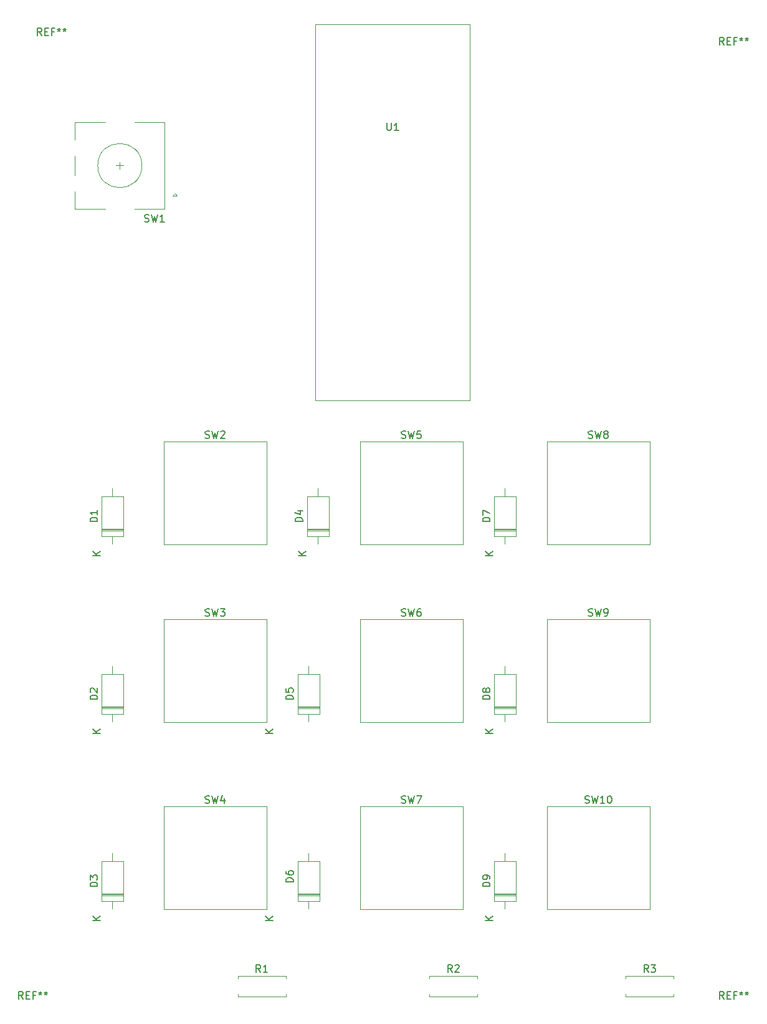
<source format=gto>
%TF.GenerationSoftware,KiCad,Pcbnew,(6.0.2)*%
%TF.CreationDate,2022-03-12T10:34:22-05:00*%
%TF.ProjectId,macropad,6d616372-6f70-4616-942e-6b696361645f,v0*%
%TF.SameCoordinates,Original*%
%TF.FileFunction,Legend,Top*%
%TF.FilePolarity,Positive*%
%FSLAX46Y46*%
G04 Gerber Fmt 4.6, Leading zero omitted, Abs format (unit mm)*
G04 Created by KiCad (PCBNEW (6.0.2)) date 2022-03-12 10:34:22*
%MOMM*%
%LPD*%
G01*
G04 APERTURE LIST*
%ADD10C,0.150000*%
%ADD11C,0.120000*%
G04 APERTURE END LIST*
D10*
%TO.C,REF\u002A\u002A*%
X137096666Y-155702380D02*
X136763333Y-155226190D01*
X136525238Y-155702380D02*
X136525238Y-154702380D01*
X136906190Y-154702380D01*
X137001428Y-154750000D01*
X137049047Y-154797619D01*
X137096666Y-154892857D01*
X137096666Y-155035714D01*
X137049047Y-155130952D01*
X137001428Y-155178571D01*
X136906190Y-155226190D01*
X136525238Y-155226190D01*
X137525238Y-155178571D02*
X137858571Y-155178571D01*
X138001428Y-155702380D02*
X137525238Y-155702380D01*
X137525238Y-154702380D01*
X138001428Y-154702380D01*
X138763333Y-155178571D02*
X138430000Y-155178571D01*
X138430000Y-155702380D02*
X138430000Y-154702380D01*
X138906190Y-154702380D01*
X139430000Y-154702380D02*
X139430000Y-154940476D01*
X139191904Y-154845238D02*
X139430000Y-154940476D01*
X139668095Y-154845238D01*
X139287142Y-155130952D02*
X139430000Y-154940476D01*
X139572857Y-155130952D01*
X140191904Y-154702380D02*
X140191904Y-154940476D01*
X139953809Y-154845238D02*
X140191904Y-154940476D01*
X140430000Y-154845238D01*
X140049047Y-155130952D02*
X140191904Y-154940476D01*
X140334761Y-155130952D01*
X41846666Y-155702380D02*
X41513333Y-155226190D01*
X41275238Y-155702380D02*
X41275238Y-154702380D01*
X41656190Y-154702380D01*
X41751428Y-154750000D01*
X41799047Y-154797619D01*
X41846666Y-154892857D01*
X41846666Y-155035714D01*
X41799047Y-155130952D01*
X41751428Y-155178571D01*
X41656190Y-155226190D01*
X41275238Y-155226190D01*
X42275238Y-155178571D02*
X42608571Y-155178571D01*
X42751428Y-155702380D02*
X42275238Y-155702380D01*
X42275238Y-154702380D01*
X42751428Y-154702380D01*
X43513333Y-155178571D02*
X43180000Y-155178571D01*
X43180000Y-155702380D02*
X43180000Y-154702380D01*
X43656190Y-154702380D01*
X44180000Y-154702380D02*
X44180000Y-154940476D01*
X43941904Y-154845238D02*
X44180000Y-154940476D01*
X44418095Y-154845238D01*
X44037142Y-155130952D02*
X44180000Y-154940476D01*
X44322857Y-155130952D01*
X44941904Y-154702380D02*
X44941904Y-154940476D01*
X44703809Y-154845238D02*
X44941904Y-154940476D01*
X45180000Y-154845238D01*
X44799047Y-155130952D02*
X44941904Y-154940476D01*
X45084761Y-155130952D01*
X44386666Y-24892380D02*
X44053333Y-24416190D01*
X43815238Y-24892380D02*
X43815238Y-23892380D01*
X44196190Y-23892380D01*
X44291428Y-23940000D01*
X44339047Y-23987619D01*
X44386666Y-24082857D01*
X44386666Y-24225714D01*
X44339047Y-24320952D01*
X44291428Y-24368571D01*
X44196190Y-24416190D01*
X43815238Y-24416190D01*
X44815238Y-24368571D02*
X45148571Y-24368571D01*
X45291428Y-24892380D02*
X44815238Y-24892380D01*
X44815238Y-23892380D01*
X45291428Y-23892380D01*
X46053333Y-24368571D02*
X45720000Y-24368571D01*
X45720000Y-24892380D02*
X45720000Y-23892380D01*
X46196190Y-23892380D01*
X46720000Y-23892380D02*
X46720000Y-24130476D01*
X46481904Y-24035238D02*
X46720000Y-24130476D01*
X46958095Y-24035238D01*
X46577142Y-24320952D02*
X46720000Y-24130476D01*
X46862857Y-24320952D01*
X47481904Y-23892380D02*
X47481904Y-24130476D01*
X47243809Y-24035238D02*
X47481904Y-24130476D01*
X47720000Y-24035238D01*
X47339047Y-24320952D02*
X47481904Y-24130476D01*
X47624761Y-24320952D01*
X137096666Y-26162380D02*
X136763333Y-25686190D01*
X136525238Y-26162380D02*
X136525238Y-25162380D01*
X136906190Y-25162380D01*
X137001428Y-25210000D01*
X137049047Y-25257619D01*
X137096666Y-25352857D01*
X137096666Y-25495714D01*
X137049047Y-25590952D01*
X137001428Y-25638571D01*
X136906190Y-25686190D01*
X136525238Y-25686190D01*
X137525238Y-25638571D02*
X137858571Y-25638571D01*
X138001428Y-26162380D02*
X137525238Y-26162380D01*
X137525238Y-25162380D01*
X138001428Y-25162380D01*
X138763333Y-25638571D02*
X138430000Y-25638571D01*
X138430000Y-26162380D02*
X138430000Y-25162380D01*
X138906190Y-25162380D01*
X139430000Y-25162380D02*
X139430000Y-25400476D01*
X139191904Y-25305238D02*
X139430000Y-25400476D01*
X139668095Y-25305238D01*
X139287142Y-25590952D02*
X139430000Y-25400476D01*
X139572857Y-25590952D01*
X140191904Y-25162380D02*
X140191904Y-25400476D01*
X139953809Y-25305238D02*
X140191904Y-25400476D01*
X140430000Y-25305238D01*
X140049047Y-25590952D02*
X140191904Y-25400476D01*
X140334761Y-25590952D01*
%TO.C,D6*%
X78557380Y-139803095D02*
X77557380Y-139803095D01*
X77557380Y-139565000D01*
X77605000Y-139422142D01*
X77700238Y-139326904D01*
X77795476Y-139279285D01*
X77985952Y-139231666D01*
X78128809Y-139231666D01*
X78319285Y-139279285D01*
X78414523Y-139326904D01*
X78509761Y-139422142D01*
X78557380Y-139565000D01*
X78557380Y-139803095D01*
X77557380Y-138374523D02*
X77557380Y-138565000D01*
X77605000Y-138660238D01*
X77652619Y-138707857D01*
X77795476Y-138803095D01*
X77985952Y-138850714D01*
X78366904Y-138850714D01*
X78462142Y-138803095D01*
X78509761Y-138755476D01*
X78557380Y-138660238D01*
X78557380Y-138469761D01*
X78509761Y-138374523D01*
X78462142Y-138326904D01*
X78366904Y-138279285D01*
X78128809Y-138279285D01*
X78033571Y-138326904D01*
X77985952Y-138374523D01*
X77938333Y-138469761D01*
X77938333Y-138660238D01*
X77985952Y-138755476D01*
X78033571Y-138803095D01*
X78128809Y-138850714D01*
X75822380Y-145011904D02*
X74822380Y-145011904D01*
X75822380Y-144440476D02*
X75250952Y-144869047D01*
X74822380Y-144440476D02*
X75393809Y-145011904D01*
%TO.C,SW4*%
X66611666Y-129055761D02*
X66754523Y-129103380D01*
X66992619Y-129103380D01*
X67087857Y-129055761D01*
X67135476Y-129008142D01*
X67183095Y-128912904D01*
X67183095Y-128817666D01*
X67135476Y-128722428D01*
X67087857Y-128674809D01*
X66992619Y-128627190D01*
X66802142Y-128579571D01*
X66706904Y-128531952D01*
X66659285Y-128484333D01*
X66611666Y-128389095D01*
X66611666Y-128293857D01*
X66659285Y-128198619D01*
X66706904Y-128151000D01*
X66802142Y-128103380D01*
X67040238Y-128103380D01*
X67183095Y-128151000D01*
X67516428Y-128103380D02*
X67754523Y-129103380D01*
X67945000Y-128389095D01*
X68135476Y-129103380D01*
X68373571Y-128103380D01*
X69183095Y-128436714D02*
X69183095Y-129103380D01*
X68945000Y-128055761D02*
X68706904Y-128770047D01*
X69325952Y-128770047D01*
%TO.C,SW7*%
X93281666Y-129055761D02*
X93424523Y-129103380D01*
X93662619Y-129103380D01*
X93757857Y-129055761D01*
X93805476Y-129008142D01*
X93853095Y-128912904D01*
X93853095Y-128817666D01*
X93805476Y-128722428D01*
X93757857Y-128674809D01*
X93662619Y-128627190D01*
X93472142Y-128579571D01*
X93376904Y-128531952D01*
X93329285Y-128484333D01*
X93281666Y-128389095D01*
X93281666Y-128293857D01*
X93329285Y-128198619D01*
X93376904Y-128151000D01*
X93472142Y-128103380D01*
X93710238Y-128103380D01*
X93853095Y-128151000D01*
X94186428Y-128103380D02*
X94424523Y-129103380D01*
X94615000Y-128389095D01*
X94805476Y-129103380D01*
X95043571Y-128103380D01*
X95329285Y-128103380D02*
X95995952Y-128103380D01*
X95567380Y-129103380D01*
%TO.C,D8*%
X105297380Y-115008095D02*
X104297380Y-115008095D01*
X104297380Y-114770000D01*
X104345000Y-114627142D01*
X104440238Y-114531904D01*
X104535476Y-114484285D01*
X104725952Y-114436666D01*
X104868809Y-114436666D01*
X105059285Y-114484285D01*
X105154523Y-114531904D01*
X105249761Y-114627142D01*
X105297380Y-114770000D01*
X105297380Y-115008095D01*
X104725952Y-113865238D02*
X104678333Y-113960476D01*
X104630714Y-114008095D01*
X104535476Y-114055714D01*
X104487857Y-114055714D01*
X104392619Y-114008095D01*
X104345000Y-113960476D01*
X104297380Y-113865238D01*
X104297380Y-113674761D01*
X104345000Y-113579523D01*
X104392619Y-113531904D01*
X104487857Y-113484285D01*
X104535476Y-113484285D01*
X104630714Y-113531904D01*
X104678333Y-113579523D01*
X104725952Y-113674761D01*
X104725952Y-113865238D01*
X104773571Y-113960476D01*
X104821190Y-114008095D01*
X104916428Y-114055714D01*
X105106904Y-114055714D01*
X105202142Y-114008095D01*
X105249761Y-113960476D01*
X105297380Y-113865238D01*
X105297380Y-113674761D01*
X105249761Y-113579523D01*
X105202142Y-113531904D01*
X105106904Y-113484285D01*
X104916428Y-113484285D01*
X104821190Y-113531904D01*
X104773571Y-113579523D01*
X104725952Y-113674761D01*
X105667380Y-119611904D02*
X104667380Y-119611904D01*
X105667380Y-119040476D02*
X105095952Y-119469047D01*
X104667380Y-119040476D02*
X105238809Y-119611904D01*
%TO.C,R1*%
X74128333Y-152051833D02*
X73795000Y-151575643D01*
X73556904Y-152051833D02*
X73556904Y-151051833D01*
X73937857Y-151051833D01*
X74033095Y-151099453D01*
X74080714Y-151147072D01*
X74128333Y-151242310D01*
X74128333Y-151385167D01*
X74080714Y-151480405D01*
X74033095Y-151528024D01*
X73937857Y-151575643D01*
X73556904Y-151575643D01*
X75080714Y-152051833D02*
X74509285Y-152051833D01*
X74795000Y-152051833D02*
X74795000Y-151051833D01*
X74699761Y-151194691D01*
X74604523Y-151289929D01*
X74509285Y-151337548D01*
%TO.C,D1*%
X51957380Y-90878095D02*
X50957380Y-90878095D01*
X50957380Y-90640000D01*
X51005000Y-90497142D01*
X51100238Y-90401904D01*
X51195476Y-90354285D01*
X51385952Y-90306666D01*
X51528809Y-90306666D01*
X51719285Y-90354285D01*
X51814523Y-90401904D01*
X51909761Y-90497142D01*
X51957380Y-90640000D01*
X51957380Y-90878095D01*
X51957380Y-89354285D02*
X51957380Y-89925714D01*
X51957380Y-89640000D02*
X50957380Y-89640000D01*
X51100238Y-89735238D01*
X51195476Y-89830476D01*
X51243095Y-89925714D01*
X52327380Y-95481904D02*
X51327380Y-95481904D01*
X52327380Y-94910476D02*
X51755952Y-95339047D01*
X51327380Y-94910476D02*
X51898809Y-95481904D01*
%TO.C,SW8*%
X118681666Y-79525761D02*
X118824523Y-79573380D01*
X119062619Y-79573380D01*
X119157857Y-79525761D01*
X119205476Y-79478142D01*
X119253095Y-79382904D01*
X119253095Y-79287666D01*
X119205476Y-79192428D01*
X119157857Y-79144809D01*
X119062619Y-79097190D01*
X118872142Y-79049571D01*
X118776904Y-79001952D01*
X118729285Y-78954333D01*
X118681666Y-78859095D01*
X118681666Y-78763857D01*
X118729285Y-78668619D01*
X118776904Y-78621000D01*
X118872142Y-78573380D01*
X119110238Y-78573380D01*
X119253095Y-78621000D01*
X119586428Y-78573380D02*
X119824523Y-79573380D01*
X120015000Y-78859095D01*
X120205476Y-79573380D01*
X120443571Y-78573380D01*
X120967380Y-79001952D02*
X120872142Y-78954333D01*
X120824523Y-78906714D01*
X120776904Y-78811476D01*
X120776904Y-78763857D01*
X120824523Y-78668619D01*
X120872142Y-78621000D01*
X120967380Y-78573380D01*
X121157857Y-78573380D01*
X121253095Y-78621000D01*
X121300714Y-78668619D01*
X121348333Y-78763857D01*
X121348333Y-78811476D01*
X121300714Y-78906714D01*
X121253095Y-78954333D01*
X121157857Y-79001952D01*
X120967380Y-79001952D01*
X120872142Y-79049571D01*
X120824523Y-79097190D01*
X120776904Y-79192428D01*
X120776904Y-79382904D01*
X120824523Y-79478142D01*
X120872142Y-79525761D01*
X120967380Y-79573380D01*
X121157857Y-79573380D01*
X121253095Y-79525761D01*
X121300714Y-79478142D01*
X121348333Y-79382904D01*
X121348333Y-79192428D01*
X121300714Y-79097190D01*
X121253095Y-79049571D01*
X121157857Y-79001952D01*
%TO.C,D4*%
X79827380Y-90878095D02*
X78827380Y-90878095D01*
X78827380Y-90640000D01*
X78875000Y-90497142D01*
X78970238Y-90401904D01*
X79065476Y-90354285D01*
X79255952Y-90306666D01*
X79398809Y-90306666D01*
X79589285Y-90354285D01*
X79684523Y-90401904D01*
X79779761Y-90497142D01*
X79827380Y-90640000D01*
X79827380Y-90878095D01*
X79160714Y-89449523D02*
X79827380Y-89449523D01*
X78779761Y-89687619D02*
X79494047Y-89925714D01*
X79494047Y-89306666D01*
X80267380Y-95481904D02*
X79267380Y-95481904D01*
X80267380Y-94910476D02*
X79695952Y-95339047D01*
X79267380Y-94910476D02*
X79838809Y-95481904D01*
%TO.C,SW1*%
X58361666Y-50149761D02*
X58504523Y-50197380D01*
X58742619Y-50197380D01*
X58837857Y-50149761D01*
X58885476Y-50102142D01*
X58933095Y-50006904D01*
X58933095Y-49911666D01*
X58885476Y-49816428D01*
X58837857Y-49768809D01*
X58742619Y-49721190D01*
X58552142Y-49673571D01*
X58456904Y-49625952D01*
X58409285Y-49578333D01*
X58361666Y-49483095D01*
X58361666Y-49387857D01*
X58409285Y-49292619D01*
X58456904Y-49245000D01*
X58552142Y-49197380D01*
X58790238Y-49197380D01*
X58933095Y-49245000D01*
X59266428Y-49197380D02*
X59504523Y-50197380D01*
X59695000Y-49483095D01*
X59885476Y-50197380D01*
X60123571Y-49197380D01*
X61028333Y-50197380D02*
X60456904Y-50197380D01*
X60742619Y-50197380D02*
X60742619Y-49197380D01*
X60647380Y-49340238D01*
X60552142Y-49435476D01*
X60456904Y-49483095D01*
%TO.C,D5*%
X78557380Y-115008095D02*
X77557380Y-115008095D01*
X77557380Y-114770000D01*
X77605000Y-114627142D01*
X77700238Y-114531904D01*
X77795476Y-114484285D01*
X77985952Y-114436666D01*
X78128809Y-114436666D01*
X78319285Y-114484285D01*
X78414523Y-114531904D01*
X78509761Y-114627142D01*
X78557380Y-114770000D01*
X78557380Y-115008095D01*
X77557380Y-113531904D02*
X77557380Y-114008095D01*
X78033571Y-114055714D01*
X77985952Y-114008095D01*
X77938333Y-113912857D01*
X77938333Y-113674761D01*
X77985952Y-113579523D01*
X78033571Y-113531904D01*
X78128809Y-113484285D01*
X78366904Y-113484285D01*
X78462142Y-113531904D01*
X78509761Y-113579523D01*
X78557380Y-113674761D01*
X78557380Y-113912857D01*
X78509761Y-114008095D01*
X78462142Y-114055714D01*
X75822380Y-119611904D02*
X74822380Y-119611904D01*
X75822380Y-119040476D02*
X75250952Y-119469047D01*
X74822380Y-119040476D02*
X75393809Y-119611904D01*
%TO.C,D7*%
X105297380Y-90878095D02*
X104297380Y-90878095D01*
X104297380Y-90640000D01*
X104345000Y-90497142D01*
X104440238Y-90401904D01*
X104535476Y-90354285D01*
X104725952Y-90306666D01*
X104868809Y-90306666D01*
X105059285Y-90354285D01*
X105154523Y-90401904D01*
X105249761Y-90497142D01*
X105297380Y-90640000D01*
X105297380Y-90878095D01*
X104297380Y-89973333D02*
X104297380Y-89306666D01*
X105297380Y-89735238D01*
X105667380Y-95481904D02*
X104667380Y-95481904D01*
X105667380Y-94910476D02*
X105095952Y-95339047D01*
X104667380Y-94910476D02*
X105238809Y-95481904D01*
%TO.C,R2*%
X100163333Y-152051833D02*
X99830000Y-151575643D01*
X99591904Y-152051833D02*
X99591904Y-151051833D01*
X99972857Y-151051833D01*
X100068095Y-151099453D01*
X100115714Y-151147072D01*
X100163333Y-151242310D01*
X100163333Y-151385167D01*
X100115714Y-151480405D01*
X100068095Y-151528024D01*
X99972857Y-151575643D01*
X99591904Y-151575643D01*
X100544285Y-151147072D02*
X100591904Y-151099453D01*
X100687142Y-151051833D01*
X100925238Y-151051833D01*
X101020476Y-151099453D01*
X101068095Y-151147072D01*
X101115714Y-151242310D01*
X101115714Y-151337548D01*
X101068095Y-151480405D01*
X100496666Y-152051833D01*
X101115714Y-152051833D01*
%TO.C,D9*%
X105297380Y-140408095D02*
X104297380Y-140408095D01*
X104297380Y-140170000D01*
X104345000Y-140027142D01*
X104440238Y-139931904D01*
X104535476Y-139884285D01*
X104725952Y-139836666D01*
X104868809Y-139836666D01*
X105059285Y-139884285D01*
X105154523Y-139931904D01*
X105249761Y-140027142D01*
X105297380Y-140170000D01*
X105297380Y-140408095D01*
X105297380Y-139360476D02*
X105297380Y-139170000D01*
X105249761Y-139074761D01*
X105202142Y-139027142D01*
X105059285Y-138931904D01*
X104868809Y-138884285D01*
X104487857Y-138884285D01*
X104392619Y-138931904D01*
X104345000Y-138979523D01*
X104297380Y-139074761D01*
X104297380Y-139265238D01*
X104345000Y-139360476D01*
X104392619Y-139408095D01*
X104487857Y-139455714D01*
X104725952Y-139455714D01*
X104821190Y-139408095D01*
X104868809Y-139360476D01*
X104916428Y-139265238D01*
X104916428Y-139074761D01*
X104868809Y-138979523D01*
X104821190Y-138931904D01*
X104725952Y-138884285D01*
X105667380Y-145011904D02*
X104667380Y-145011904D01*
X105667380Y-144440476D02*
X105095952Y-144869047D01*
X104667380Y-144440476D02*
X105238809Y-145011904D01*
%TO.C,U1*%
X91313095Y-36763380D02*
X91313095Y-37572904D01*
X91360714Y-37668142D01*
X91408333Y-37715761D01*
X91503571Y-37763380D01*
X91694047Y-37763380D01*
X91789285Y-37715761D01*
X91836904Y-37668142D01*
X91884523Y-37572904D01*
X91884523Y-36763380D01*
X92884523Y-37763380D02*
X92313095Y-37763380D01*
X92598809Y-37763380D02*
X92598809Y-36763380D01*
X92503571Y-36906238D01*
X92408333Y-37001476D01*
X92313095Y-37049095D01*
%TO.C,D2*%
X51957380Y-115008095D02*
X50957380Y-115008095D01*
X50957380Y-114770000D01*
X51005000Y-114627142D01*
X51100238Y-114531904D01*
X51195476Y-114484285D01*
X51385952Y-114436666D01*
X51528809Y-114436666D01*
X51719285Y-114484285D01*
X51814523Y-114531904D01*
X51909761Y-114627142D01*
X51957380Y-114770000D01*
X51957380Y-115008095D01*
X51052619Y-114055714D02*
X51005000Y-114008095D01*
X50957380Y-113912857D01*
X50957380Y-113674761D01*
X51005000Y-113579523D01*
X51052619Y-113531904D01*
X51147857Y-113484285D01*
X51243095Y-113484285D01*
X51385952Y-113531904D01*
X51957380Y-114103333D01*
X51957380Y-113484285D01*
X52327380Y-119611904D02*
X51327380Y-119611904D01*
X52327380Y-119040476D02*
X51755952Y-119469047D01*
X51327380Y-119040476D02*
X51898809Y-119611904D01*
%TO.C,SW2*%
X66611666Y-79525761D02*
X66754523Y-79573380D01*
X66992619Y-79573380D01*
X67087857Y-79525761D01*
X67135476Y-79478142D01*
X67183095Y-79382904D01*
X67183095Y-79287666D01*
X67135476Y-79192428D01*
X67087857Y-79144809D01*
X66992619Y-79097190D01*
X66802142Y-79049571D01*
X66706904Y-79001952D01*
X66659285Y-78954333D01*
X66611666Y-78859095D01*
X66611666Y-78763857D01*
X66659285Y-78668619D01*
X66706904Y-78621000D01*
X66802142Y-78573380D01*
X67040238Y-78573380D01*
X67183095Y-78621000D01*
X67516428Y-78573380D02*
X67754523Y-79573380D01*
X67945000Y-78859095D01*
X68135476Y-79573380D01*
X68373571Y-78573380D01*
X68706904Y-78668619D02*
X68754523Y-78621000D01*
X68849761Y-78573380D01*
X69087857Y-78573380D01*
X69183095Y-78621000D01*
X69230714Y-78668619D01*
X69278333Y-78763857D01*
X69278333Y-78859095D01*
X69230714Y-79001952D01*
X68659285Y-79573380D01*
X69278333Y-79573380D01*
%TO.C,SW9*%
X118681666Y-103655761D02*
X118824523Y-103703380D01*
X119062619Y-103703380D01*
X119157857Y-103655761D01*
X119205476Y-103608142D01*
X119253095Y-103512904D01*
X119253095Y-103417666D01*
X119205476Y-103322428D01*
X119157857Y-103274809D01*
X119062619Y-103227190D01*
X118872142Y-103179571D01*
X118776904Y-103131952D01*
X118729285Y-103084333D01*
X118681666Y-102989095D01*
X118681666Y-102893857D01*
X118729285Y-102798619D01*
X118776904Y-102751000D01*
X118872142Y-102703380D01*
X119110238Y-102703380D01*
X119253095Y-102751000D01*
X119586428Y-102703380D02*
X119824523Y-103703380D01*
X120015000Y-102989095D01*
X120205476Y-103703380D01*
X120443571Y-102703380D01*
X120872142Y-103703380D02*
X121062619Y-103703380D01*
X121157857Y-103655761D01*
X121205476Y-103608142D01*
X121300714Y-103465285D01*
X121348333Y-103274809D01*
X121348333Y-102893857D01*
X121300714Y-102798619D01*
X121253095Y-102751000D01*
X121157857Y-102703380D01*
X120967380Y-102703380D01*
X120872142Y-102751000D01*
X120824523Y-102798619D01*
X120776904Y-102893857D01*
X120776904Y-103131952D01*
X120824523Y-103227190D01*
X120872142Y-103274809D01*
X120967380Y-103322428D01*
X121157857Y-103322428D01*
X121253095Y-103274809D01*
X121300714Y-103227190D01*
X121348333Y-103131952D01*
%TO.C,SW3*%
X66611666Y-103655761D02*
X66754523Y-103703380D01*
X66992619Y-103703380D01*
X67087857Y-103655761D01*
X67135476Y-103608142D01*
X67183095Y-103512904D01*
X67183095Y-103417666D01*
X67135476Y-103322428D01*
X67087857Y-103274809D01*
X66992619Y-103227190D01*
X66802142Y-103179571D01*
X66706904Y-103131952D01*
X66659285Y-103084333D01*
X66611666Y-102989095D01*
X66611666Y-102893857D01*
X66659285Y-102798619D01*
X66706904Y-102751000D01*
X66802142Y-102703380D01*
X67040238Y-102703380D01*
X67183095Y-102751000D01*
X67516428Y-102703380D02*
X67754523Y-103703380D01*
X67945000Y-102989095D01*
X68135476Y-103703380D01*
X68373571Y-102703380D01*
X68659285Y-102703380D02*
X69278333Y-102703380D01*
X68945000Y-103084333D01*
X69087857Y-103084333D01*
X69183095Y-103131952D01*
X69230714Y-103179571D01*
X69278333Y-103274809D01*
X69278333Y-103512904D01*
X69230714Y-103608142D01*
X69183095Y-103655761D01*
X69087857Y-103703380D01*
X68802142Y-103703380D01*
X68706904Y-103655761D01*
X68659285Y-103608142D01*
%TO.C,SW10*%
X118205476Y-129055761D02*
X118348333Y-129103380D01*
X118586428Y-129103380D01*
X118681666Y-129055761D01*
X118729285Y-129008142D01*
X118776904Y-128912904D01*
X118776904Y-128817666D01*
X118729285Y-128722428D01*
X118681666Y-128674809D01*
X118586428Y-128627190D01*
X118395952Y-128579571D01*
X118300714Y-128531952D01*
X118253095Y-128484333D01*
X118205476Y-128389095D01*
X118205476Y-128293857D01*
X118253095Y-128198619D01*
X118300714Y-128151000D01*
X118395952Y-128103380D01*
X118634047Y-128103380D01*
X118776904Y-128151000D01*
X119110238Y-128103380D02*
X119348333Y-129103380D01*
X119538809Y-128389095D01*
X119729285Y-129103380D01*
X119967380Y-128103380D01*
X120872142Y-129103380D02*
X120300714Y-129103380D01*
X120586428Y-129103380D02*
X120586428Y-128103380D01*
X120491190Y-128246238D01*
X120395952Y-128341476D01*
X120300714Y-128389095D01*
X121491190Y-128103380D02*
X121586428Y-128103380D01*
X121681666Y-128151000D01*
X121729285Y-128198619D01*
X121776904Y-128293857D01*
X121824523Y-128484333D01*
X121824523Y-128722428D01*
X121776904Y-128912904D01*
X121729285Y-129008142D01*
X121681666Y-129055761D01*
X121586428Y-129103380D01*
X121491190Y-129103380D01*
X121395952Y-129055761D01*
X121348333Y-129008142D01*
X121300714Y-128912904D01*
X121253095Y-128722428D01*
X121253095Y-128484333D01*
X121300714Y-128293857D01*
X121348333Y-128198619D01*
X121395952Y-128151000D01*
X121491190Y-128103380D01*
%TO.C,SW6*%
X93281666Y-103655761D02*
X93424523Y-103703380D01*
X93662619Y-103703380D01*
X93757857Y-103655761D01*
X93805476Y-103608142D01*
X93853095Y-103512904D01*
X93853095Y-103417666D01*
X93805476Y-103322428D01*
X93757857Y-103274809D01*
X93662619Y-103227190D01*
X93472142Y-103179571D01*
X93376904Y-103131952D01*
X93329285Y-103084333D01*
X93281666Y-102989095D01*
X93281666Y-102893857D01*
X93329285Y-102798619D01*
X93376904Y-102751000D01*
X93472142Y-102703380D01*
X93710238Y-102703380D01*
X93853095Y-102751000D01*
X94186428Y-102703380D02*
X94424523Y-103703380D01*
X94615000Y-102989095D01*
X94805476Y-103703380D01*
X95043571Y-102703380D01*
X95853095Y-102703380D02*
X95662619Y-102703380D01*
X95567380Y-102751000D01*
X95519761Y-102798619D01*
X95424523Y-102941476D01*
X95376904Y-103131952D01*
X95376904Y-103512904D01*
X95424523Y-103608142D01*
X95472142Y-103655761D01*
X95567380Y-103703380D01*
X95757857Y-103703380D01*
X95853095Y-103655761D01*
X95900714Y-103608142D01*
X95948333Y-103512904D01*
X95948333Y-103274809D01*
X95900714Y-103179571D01*
X95853095Y-103131952D01*
X95757857Y-103084333D01*
X95567380Y-103084333D01*
X95472142Y-103131952D01*
X95424523Y-103179571D01*
X95376904Y-103274809D01*
%TO.C,R3*%
X126833333Y-152051833D02*
X126500000Y-151575643D01*
X126261904Y-152051833D02*
X126261904Y-151051833D01*
X126642857Y-151051833D01*
X126738095Y-151099453D01*
X126785714Y-151147072D01*
X126833333Y-151242310D01*
X126833333Y-151385167D01*
X126785714Y-151480405D01*
X126738095Y-151528024D01*
X126642857Y-151575643D01*
X126261904Y-151575643D01*
X127166666Y-151051833D02*
X127785714Y-151051833D01*
X127452380Y-151432786D01*
X127595238Y-151432786D01*
X127690476Y-151480405D01*
X127738095Y-151528024D01*
X127785714Y-151623262D01*
X127785714Y-151861357D01*
X127738095Y-151956595D01*
X127690476Y-152004214D01*
X127595238Y-152051833D01*
X127309523Y-152051833D01*
X127214285Y-152004214D01*
X127166666Y-151956595D01*
%TO.C,SW5*%
X93281666Y-79525761D02*
X93424523Y-79573380D01*
X93662619Y-79573380D01*
X93757857Y-79525761D01*
X93805476Y-79478142D01*
X93853095Y-79382904D01*
X93853095Y-79287666D01*
X93805476Y-79192428D01*
X93757857Y-79144809D01*
X93662619Y-79097190D01*
X93472142Y-79049571D01*
X93376904Y-79001952D01*
X93329285Y-78954333D01*
X93281666Y-78859095D01*
X93281666Y-78763857D01*
X93329285Y-78668619D01*
X93376904Y-78621000D01*
X93472142Y-78573380D01*
X93710238Y-78573380D01*
X93853095Y-78621000D01*
X94186428Y-78573380D02*
X94424523Y-79573380D01*
X94615000Y-78859095D01*
X94805476Y-79573380D01*
X95043571Y-78573380D01*
X95900714Y-78573380D02*
X95424523Y-78573380D01*
X95376904Y-79049571D01*
X95424523Y-79001952D01*
X95519761Y-78954333D01*
X95757857Y-78954333D01*
X95853095Y-79001952D01*
X95900714Y-79049571D01*
X95948333Y-79144809D01*
X95948333Y-79382904D01*
X95900714Y-79478142D01*
X95853095Y-79525761D01*
X95757857Y-79573380D01*
X95519761Y-79573380D01*
X95424523Y-79525761D01*
X95376904Y-79478142D01*
%TO.C,D3*%
X51957380Y-140408095D02*
X50957380Y-140408095D01*
X50957380Y-140170000D01*
X51005000Y-140027142D01*
X51100238Y-139931904D01*
X51195476Y-139884285D01*
X51385952Y-139836666D01*
X51528809Y-139836666D01*
X51719285Y-139884285D01*
X51814523Y-139931904D01*
X51909761Y-140027142D01*
X51957380Y-140170000D01*
X51957380Y-140408095D01*
X50957380Y-139503333D02*
X50957380Y-138884285D01*
X51338333Y-139217619D01*
X51338333Y-139074761D01*
X51385952Y-138979523D01*
X51433571Y-138931904D01*
X51528809Y-138884285D01*
X51766904Y-138884285D01*
X51862142Y-138931904D01*
X51909761Y-138979523D01*
X51957380Y-139074761D01*
X51957380Y-139360476D01*
X51909761Y-139455714D01*
X51862142Y-139503333D01*
X52327380Y-145011904D02*
X51327380Y-145011904D01*
X52327380Y-144440476D02*
X51755952Y-144869047D01*
X51327380Y-144440476D02*
X51898809Y-145011904D01*
D11*
%TO.C,D6*%
X79175000Y-141490000D02*
X82115000Y-141490000D01*
X82115000Y-142390000D02*
X82115000Y-136950000D01*
X82115000Y-136950000D02*
X79175000Y-136950000D01*
X79175000Y-136950000D02*
X79175000Y-142390000D01*
X79175000Y-142390000D02*
X82115000Y-142390000D01*
X79175000Y-141610000D02*
X82115000Y-141610000D01*
X79175000Y-141370000D02*
X82115000Y-141370000D01*
X80645000Y-135930000D02*
X80645000Y-136950000D01*
X80645000Y-143410000D02*
X80645000Y-142390000D01*
%TO.C,SW4*%
X60960000Y-129540000D02*
X74930000Y-129540000D01*
X74930000Y-143510000D02*
X60960000Y-143510000D01*
X74930000Y-129540000D02*
X74930000Y-143510000D01*
X60960000Y-143510000D02*
X60960000Y-129540000D01*
%TO.C,SW7*%
X87630000Y-129540000D02*
X101600000Y-129540000D01*
X101600000Y-143510000D02*
X87630000Y-143510000D01*
X101600000Y-129540000D02*
X101600000Y-143510000D01*
X87630000Y-143510000D02*
X87630000Y-129540000D01*
%TO.C,D8*%
X107315000Y-118010000D02*
X107315000Y-116990000D01*
X105845000Y-115970000D02*
X108785000Y-115970000D01*
X108785000Y-116990000D02*
X108785000Y-111550000D01*
X105845000Y-116210000D02*
X108785000Y-116210000D01*
X105845000Y-111550000D02*
X105845000Y-116990000D01*
X105845000Y-116990000D02*
X108785000Y-116990000D01*
X107315000Y-110530000D02*
X107315000Y-111550000D01*
X108785000Y-111550000D02*
X105845000Y-111550000D01*
X105845000Y-116090000D02*
X108785000Y-116090000D01*
%TO.C,R1*%
X71025000Y-152929453D02*
X71025000Y-152599453D01*
X71025000Y-155339453D02*
X77565000Y-155339453D01*
X77565000Y-152599453D02*
X77565000Y-152929453D01*
X71025000Y-155009453D02*
X71025000Y-155339453D01*
X77565000Y-155339453D02*
X77565000Y-155009453D01*
X71025000Y-152599453D02*
X77565000Y-152599453D01*
%TO.C,D1*%
X53975000Y-93880000D02*
X53975000Y-92860000D01*
X52505000Y-91960000D02*
X55445000Y-91960000D01*
X52505000Y-91840000D02*
X55445000Y-91840000D01*
X55445000Y-92860000D02*
X55445000Y-87420000D01*
X52505000Y-92080000D02*
X55445000Y-92080000D01*
X52505000Y-87420000D02*
X52505000Y-92860000D01*
X55445000Y-87420000D02*
X52505000Y-87420000D01*
X53975000Y-86400000D02*
X53975000Y-87420000D01*
X52505000Y-92860000D02*
X55445000Y-92860000D01*
%TO.C,SW8*%
X127000000Y-80010000D02*
X127000000Y-93980000D01*
X127000000Y-93980000D02*
X113030000Y-93980000D01*
X113030000Y-93980000D02*
X113030000Y-80010000D01*
X113030000Y-80010000D02*
X127000000Y-80010000D01*
%TO.C,D4*%
X83385000Y-92860000D02*
X83385000Y-87420000D01*
X81915000Y-93880000D02*
X81915000Y-92860000D01*
X80445000Y-91840000D02*
X83385000Y-91840000D01*
X80445000Y-92860000D02*
X83385000Y-92860000D01*
X81915000Y-86400000D02*
X81915000Y-87420000D01*
X80445000Y-92080000D02*
X83385000Y-92080000D01*
X83385000Y-87420000D02*
X80445000Y-87420000D01*
X80445000Y-91960000D02*
X83385000Y-91960000D01*
X80445000Y-87420000D02*
X80445000Y-92860000D01*
%TO.C,SW1*%
X48895000Y-43845000D02*
X48895000Y-41245000D01*
X48895000Y-48445000D02*
X48895000Y-46045000D01*
X48895000Y-39045000D02*
X48895000Y-36645000D01*
X62195000Y-46645000D02*
X62495000Y-46345000D01*
X56995000Y-48445000D02*
X61095000Y-48445000D01*
X55495000Y-42545000D02*
X54495000Y-42545000D01*
X56995000Y-36645000D02*
X61095000Y-36645000D01*
X48895000Y-36645000D02*
X52995000Y-36645000D01*
X61095000Y-48445000D02*
X61095000Y-36645000D01*
X52995000Y-48445000D02*
X48895000Y-48445000D01*
X62795000Y-46645000D02*
X62195000Y-46645000D01*
X54995000Y-43045000D02*
X54995000Y-42045000D01*
X62495000Y-46345000D02*
X62795000Y-46645000D01*
X57995000Y-42545000D02*
G75*
G03*
X57995000Y-42545000I-3000000J0D01*
G01*
%TO.C,D5*%
X82115000Y-116990000D02*
X82115000Y-111550000D01*
X80645000Y-118010000D02*
X80645000Y-116990000D01*
X79175000Y-115970000D02*
X82115000Y-115970000D01*
X79175000Y-111550000D02*
X79175000Y-116990000D01*
X82115000Y-111550000D02*
X79175000Y-111550000D01*
X79175000Y-116090000D02*
X82115000Y-116090000D01*
X79175000Y-116210000D02*
X82115000Y-116210000D01*
X80645000Y-110530000D02*
X80645000Y-111550000D01*
X79175000Y-116990000D02*
X82115000Y-116990000D01*
%TO.C,D7*%
X105845000Y-92080000D02*
X108785000Y-92080000D01*
X105845000Y-91840000D02*
X108785000Y-91840000D01*
X105845000Y-92860000D02*
X108785000Y-92860000D01*
X108785000Y-87420000D02*
X105845000Y-87420000D01*
X105845000Y-87420000D02*
X105845000Y-92860000D01*
X108785000Y-92860000D02*
X108785000Y-87420000D01*
X107315000Y-93880000D02*
X107315000Y-92860000D01*
X105845000Y-91960000D02*
X108785000Y-91960000D01*
X107315000Y-86400000D02*
X107315000Y-87420000D01*
%TO.C,R2*%
X97060000Y-152929453D02*
X97060000Y-152599453D01*
X97060000Y-155339453D02*
X103600000Y-155339453D01*
X103600000Y-155339453D02*
X103600000Y-155009453D01*
X103600000Y-152599453D02*
X103600000Y-152929453D01*
X97060000Y-155009453D02*
X97060000Y-155339453D01*
X97060000Y-152599453D02*
X103600000Y-152599453D01*
%TO.C,D9*%
X105845000Y-141490000D02*
X108785000Y-141490000D01*
X105845000Y-141370000D02*
X108785000Y-141370000D01*
X108785000Y-142390000D02*
X108785000Y-136950000D01*
X105845000Y-141610000D02*
X108785000Y-141610000D01*
X108785000Y-136950000D02*
X105845000Y-136950000D01*
X105845000Y-142390000D02*
X108785000Y-142390000D01*
X107315000Y-143410000D02*
X107315000Y-142390000D01*
X105845000Y-136950000D02*
X105845000Y-142390000D01*
X107315000Y-135930000D02*
X107315000Y-136950000D01*
%TO.C,U1*%
X81575000Y-23395000D02*
X102575000Y-23395000D01*
X102575000Y-23395000D02*
X102575000Y-74395000D01*
X102575000Y-74395000D02*
X81575000Y-74395000D01*
X81575000Y-74395000D02*
X81575000Y-23395000D01*
%TO.C,D2*%
X52505000Y-116990000D02*
X55445000Y-116990000D01*
X53975000Y-118010000D02*
X53975000Y-116990000D01*
X52505000Y-115970000D02*
X55445000Y-115970000D01*
X55445000Y-111550000D02*
X52505000Y-111550000D01*
X52505000Y-111550000D02*
X52505000Y-116990000D01*
X53975000Y-110530000D02*
X53975000Y-111550000D01*
X52505000Y-116090000D02*
X55445000Y-116090000D01*
X52505000Y-116210000D02*
X55445000Y-116210000D01*
X55445000Y-116990000D02*
X55445000Y-111550000D01*
%TO.C,SW2*%
X60960000Y-80010000D02*
X74930000Y-80010000D01*
X74930000Y-93980000D02*
X60960000Y-93980000D01*
X60960000Y-93980000D02*
X60960000Y-80010000D01*
X74930000Y-80010000D02*
X74930000Y-93980000D01*
%TO.C,SW9*%
X113030000Y-118110000D02*
X113030000Y-104140000D01*
X113030000Y-104140000D02*
X127000000Y-104140000D01*
X127000000Y-104140000D02*
X127000000Y-118110000D01*
X127000000Y-118110000D02*
X113030000Y-118110000D01*
%TO.C,SW3*%
X74930000Y-118110000D02*
X60960000Y-118110000D01*
X60960000Y-118110000D02*
X60960000Y-104140000D01*
X60960000Y-104140000D02*
X74930000Y-104140000D01*
X74930000Y-104140000D02*
X74930000Y-118110000D01*
%TO.C,SW10*%
X113030000Y-143510000D02*
X113030000Y-129540000D01*
X113030000Y-129540000D02*
X127000000Y-129540000D01*
X127000000Y-143510000D02*
X113030000Y-143510000D01*
X127000000Y-129540000D02*
X127000000Y-143510000D01*
%TO.C,SW6*%
X101600000Y-104140000D02*
X101600000Y-118110000D01*
X101600000Y-118110000D02*
X87630000Y-118110000D01*
X87630000Y-118110000D02*
X87630000Y-104140000D01*
X87630000Y-104140000D02*
X101600000Y-104140000D01*
%TO.C,R3*%
X123730000Y-152599453D02*
X130270000Y-152599453D01*
X123730000Y-155009453D02*
X123730000Y-155339453D01*
X123730000Y-155339453D02*
X130270000Y-155339453D01*
X130270000Y-152599453D02*
X130270000Y-152929453D01*
X130270000Y-155339453D02*
X130270000Y-155009453D01*
X123730000Y-152929453D02*
X123730000Y-152599453D01*
%TO.C,SW5*%
X87630000Y-80010000D02*
X101600000Y-80010000D01*
X87630000Y-93980000D02*
X87630000Y-80010000D01*
X101600000Y-80010000D02*
X101600000Y-93980000D01*
X101600000Y-93980000D02*
X87630000Y-93980000D01*
%TO.C,D3*%
X55445000Y-136950000D02*
X52505000Y-136950000D01*
X52505000Y-141610000D02*
X55445000Y-141610000D01*
X55445000Y-142390000D02*
X55445000Y-136950000D01*
X52505000Y-142390000D02*
X55445000Y-142390000D01*
X52505000Y-136950000D02*
X52505000Y-142390000D01*
X53975000Y-143410000D02*
X53975000Y-142390000D01*
X52505000Y-141370000D02*
X55445000Y-141370000D01*
X53975000Y-135930000D02*
X53975000Y-136950000D01*
X52505000Y-141490000D02*
X55445000Y-141490000D01*
%TD*%
M02*

</source>
